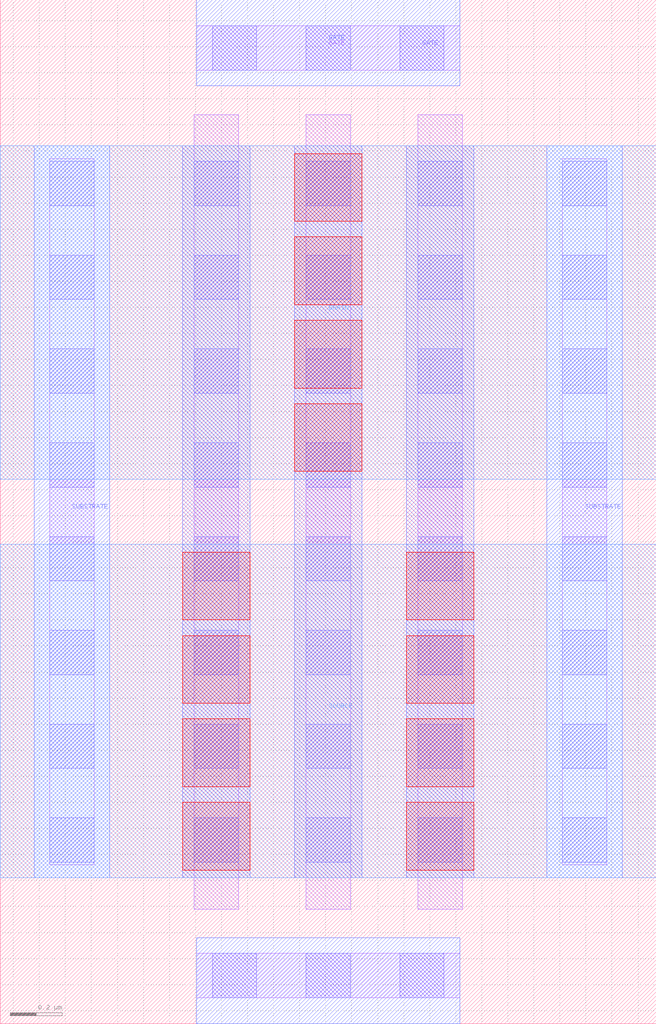
<source format=lef>
# Copyright 2020 The SkyWater PDK Authors
#
# Licensed under the Apache License, Version 2.0 (the "License");
# you may not use this file except in compliance with the License.
# You may obtain a copy of the License at
#
#     https://www.apache.org/licenses/LICENSE-2.0
#
# Unless required by applicable law or agreed to in writing, software
# distributed under the License is distributed on an "AS IS" BASIS,
# WITHOUT WARRANTIES OR CONDITIONS OF ANY KIND, either express or implied.
# See the License for the specific language governing permissions and
# limitations under the License.
#
# SPDX-License-Identifier: Apache-2.0

VERSION 5.7 ;
  NOWIREEXTENSIONATPIN ON ;
  DIVIDERCHAR "/" ;
  BUSBITCHARS "[]" ;
MACRO sky130_fd_pr__rf_nfet_01v8_lvt_aM02W3p00L0p15
  CLASS BLOCK ;
  FOREIGN sky130_fd_pr__rf_nfet_01v8_lvt_aM02W3p00L0p15 ;
  ORIGIN -0.050000 -0.050000 ;
  SIZE  2.520000 BY  3.930000 ;
  PIN DRAIN
    ANTENNADIFFAREA  0.842800 ;
    PORT
      LAYER met2 ;
        RECT 0.050000 2.140000 2.570000 3.420000 ;
    END
  END DRAIN
  PIN GATE
    ANTENNAGATEAREA  0.903000 ;
    PORT
      LAYER li1 ;
        RECT 0.805000 0.150000 1.815000 0.320000 ;
        RECT 0.805000 3.710000 1.815000 3.880000 ;
      LAYER mcon ;
        RECT 0.865000 0.150000 1.035000 0.320000 ;
        RECT 0.865000 3.710000 1.035000 3.880000 ;
        RECT 1.225000 0.150000 1.395000 0.320000 ;
        RECT 1.225000 3.710000 1.395000 3.880000 ;
        RECT 1.585000 0.150000 1.755000 0.320000 ;
        RECT 1.585000 3.710000 1.755000 3.880000 ;
    END
    PORT
      LAYER met1 ;
        RECT 0.805000 0.050000 1.815000 0.380000 ;
        RECT 0.805000 3.650000 1.815000 3.980000 ;
    END
  END GATE
  PIN SOURCE
    ANTENNADIFFAREA  1.685600 ;
    PORT
      LAYER met2 ;
        RECT 0.050000 0.610000 2.570000 1.890000 ;
    END
  END SOURCE
  PIN SUBSTRATE
    ANTENNADIFFAREA  0.872900 ;
    PORT
      LAYER met1 ;
        RECT 0.180000 0.610000 0.470000 3.420000 ;
    END
    PORT
      LAYER met1 ;
        RECT 2.150000 0.610000 2.440000 3.420000 ;
    END
  END SUBSTRATE
  OBS
    LAYER li1 ;
      RECT 0.240000 0.660000 0.410000 3.370000 ;
      RECT 0.795000 0.490000 0.965000 3.540000 ;
      RECT 1.225000 0.490000 1.395000 3.540000 ;
      RECT 1.655000 0.490000 1.825000 3.540000 ;
      RECT 2.210000 0.660000 2.380000 3.370000 ;
    LAYER mcon ;
      RECT 0.240000 0.670000 0.410000 0.840000 ;
      RECT 0.240000 1.030000 0.410000 1.200000 ;
      RECT 0.240000 1.390000 0.410000 1.560000 ;
      RECT 0.240000 1.750000 0.410000 1.920000 ;
      RECT 0.240000 2.110000 0.410000 2.280000 ;
      RECT 0.240000 2.470000 0.410000 2.640000 ;
      RECT 0.240000 2.830000 0.410000 3.000000 ;
      RECT 0.240000 3.190000 0.410000 3.360000 ;
      RECT 0.795000 0.670000 0.965000 0.840000 ;
      RECT 0.795000 1.030000 0.965000 1.200000 ;
      RECT 0.795000 1.390000 0.965000 1.560000 ;
      RECT 0.795000 1.750000 0.965000 1.920000 ;
      RECT 0.795000 2.110000 0.965000 2.280000 ;
      RECT 0.795000 2.470000 0.965000 2.640000 ;
      RECT 0.795000 2.830000 0.965000 3.000000 ;
      RECT 0.795000 3.190000 0.965000 3.360000 ;
      RECT 1.225000 0.670000 1.395000 0.840000 ;
      RECT 1.225000 1.030000 1.395000 1.200000 ;
      RECT 1.225000 1.390000 1.395000 1.560000 ;
      RECT 1.225000 1.750000 1.395000 1.920000 ;
      RECT 1.225000 2.110000 1.395000 2.280000 ;
      RECT 1.225000 2.470000 1.395000 2.640000 ;
      RECT 1.225000 2.830000 1.395000 3.000000 ;
      RECT 1.225000 3.190000 1.395000 3.360000 ;
      RECT 1.655000 0.670000 1.825000 0.840000 ;
      RECT 1.655000 1.030000 1.825000 1.200000 ;
      RECT 1.655000 1.390000 1.825000 1.560000 ;
      RECT 1.655000 1.750000 1.825000 1.920000 ;
      RECT 1.655000 2.110000 1.825000 2.280000 ;
      RECT 1.655000 2.470000 1.825000 2.640000 ;
      RECT 1.655000 2.830000 1.825000 3.000000 ;
      RECT 1.655000 3.190000 1.825000 3.360000 ;
      RECT 2.210000 0.670000 2.380000 0.840000 ;
      RECT 2.210000 1.030000 2.380000 1.200000 ;
      RECT 2.210000 1.390000 2.380000 1.560000 ;
      RECT 2.210000 1.750000 2.380000 1.920000 ;
      RECT 2.210000 2.110000 2.380000 2.280000 ;
      RECT 2.210000 2.470000 2.380000 2.640000 ;
      RECT 2.210000 2.830000 2.380000 3.000000 ;
      RECT 2.210000 3.190000 2.380000 3.360000 ;
    LAYER met1 ;
      RECT 0.750000 0.610000 1.010000 3.420000 ;
      RECT 1.180000 0.610000 1.440000 3.420000 ;
      RECT 1.610000 0.610000 1.870000 3.420000 ;
    LAYER via ;
      RECT 0.750000 0.640000 1.010000 0.900000 ;
      RECT 0.750000 0.960000 1.010000 1.220000 ;
      RECT 0.750000 1.280000 1.010000 1.540000 ;
      RECT 0.750000 1.600000 1.010000 1.860000 ;
      RECT 1.180000 2.170000 1.440000 2.430000 ;
      RECT 1.180000 2.490000 1.440000 2.750000 ;
      RECT 1.180000 2.810000 1.440000 3.070000 ;
      RECT 1.180000 3.130000 1.440000 3.390000 ;
      RECT 1.610000 0.640000 1.870000 0.900000 ;
      RECT 1.610000 0.960000 1.870000 1.220000 ;
      RECT 1.610000 1.280000 1.870000 1.540000 ;
      RECT 1.610000 1.600000 1.870000 1.860000 ;
  END
END sky130_fd_pr__rf_nfet_01v8_lvt_aM02W3p00L0p15
END LIBRARY

</source>
